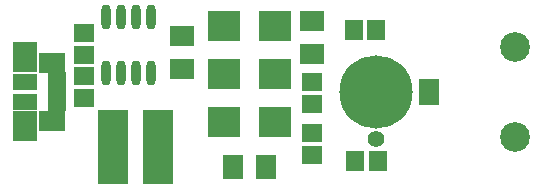
<source format=gts>
G04 Layer_Color=8388736*
%FSLAX23Y23*%
%MOIN*%
G70*
G01*
G75*
%ADD35R,0.067X0.087*%
%ADD36R,0.083X0.102*%
%ADD37R,0.083X0.054*%
%ADD38R,0.062X0.026*%
%ADD39R,0.091X0.066*%
%ADD40R,0.067X0.059*%
%ADD41R,0.106X0.099*%
%ADD42R,0.102X0.248*%
%ADD43O,0.032X0.083*%
%ADD44R,0.059X0.067*%
%ADD45R,0.079X0.071*%
%ADD46R,0.071X0.079*%
%ADD47C,0.055*%
%ADD48C,0.099*%
%ADD49C,0.244*%
D35*
X-106Y-1D02*
D03*
D36*
X-1452Y115D02*
D03*
Y-115D02*
D03*
D37*
Y-33D02*
D03*
Y33D02*
D03*
D38*
X-1348Y0D02*
D03*
Y-26D02*
D03*
Y-51D02*
D03*
Y51D02*
D03*
Y26D02*
D03*
D39*
X-1362Y-97D02*
D03*
Y97D02*
D03*
D40*
X-1255Y123D02*
D03*
Y197D02*
D03*
X-495Y32D02*
D03*
Y-42D02*
D03*
Y-138D02*
D03*
Y-212D02*
D03*
X-1255Y-22D02*
D03*
Y52D02*
D03*
D41*
X-620Y220D02*
D03*
X-789D02*
D03*
X-620Y-100D02*
D03*
X-789D02*
D03*
X-790Y60D02*
D03*
X-621D02*
D03*
D42*
X-1161Y-185D02*
D03*
X-1009D02*
D03*
D43*
X-1032Y249D02*
D03*
X-1082D02*
D03*
X-1132D02*
D03*
X-1182D02*
D03*
X-1032Y64D02*
D03*
X-1082D02*
D03*
X-1132D02*
D03*
X-1182D02*
D03*
D44*
X-357Y205D02*
D03*
X-283D02*
D03*
X-278Y-230D02*
D03*
X-352D02*
D03*
D45*
X-930Y185D02*
D03*
Y75D02*
D03*
X-495Y235D02*
D03*
Y125D02*
D03*
D46*
X-759Y-250D02*
D03*
X-649D02*
D03*
D47*
X-284Y-157D02*
D03*
D48*
X179Y-150D02*
D03*
Y150D02*
D03*
D49*
X-284Y0D02*
D03*
M02*

</source>
